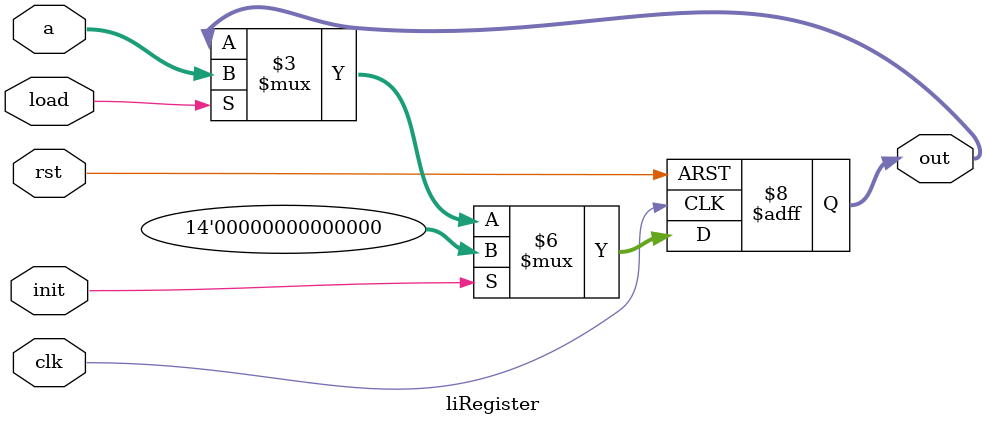
<source format=v>
`timescale 1ns/1ns
module liRegister #(parameter n = 13)(clk, rst, a, load, init, out);
  input clk,rst;
  input signed [n:0] a;
  input load, init;
  output reg signed[n:0] out;
  always@(posedge clk, posedge rst)begin
    if (rst) out <= 0;
    else if (init) out <= 0;
    else if (load) out <= a;
    else out <= out;
  end
endmodule
</source>
